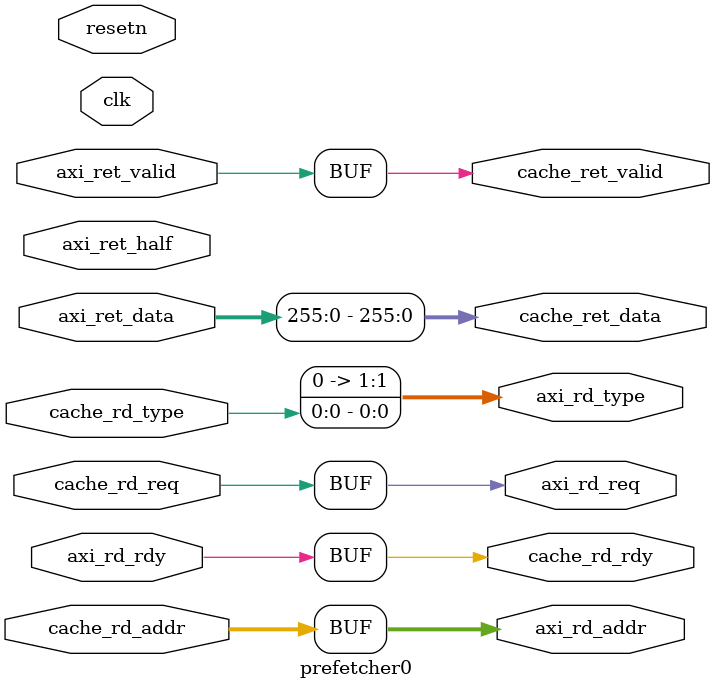
<source format=v>
module prefetcher0 (
    input           clk,
    input           resetn,
    // icache
    input           cache_rd_req,
    input           cache_rd_type,
    input   [ 31:0] cache_rd_addr,
    output          cache_rd_rdy,
    output          cache_ret_valid,
    output  [255:0] cache_ret_data,
    // AXI
    output          axi_rd_req,
    output  [  1:0] axi_rd_type,
    output  [ 31:0] axi_rd_addr,
    input           axi_rd_rdy,
    input           axi_ret_valid,
    input   [511:0] axi_ret_data,
    input           axi_ret_half
);

assign axi_rd_req      = cache_rd_req;
assign axi_rd_type     = {1'b0, cache_rd_type};
assign axi_rd_addr     = cache_rd_addr;
assign cache_rd_rdy    = axi_rd_rdy;
assign cache_ret_valid = axi_ret_valid;
assign cache_ret_data  = axi_ret_data[255:0];
    
endmodule

</source>
